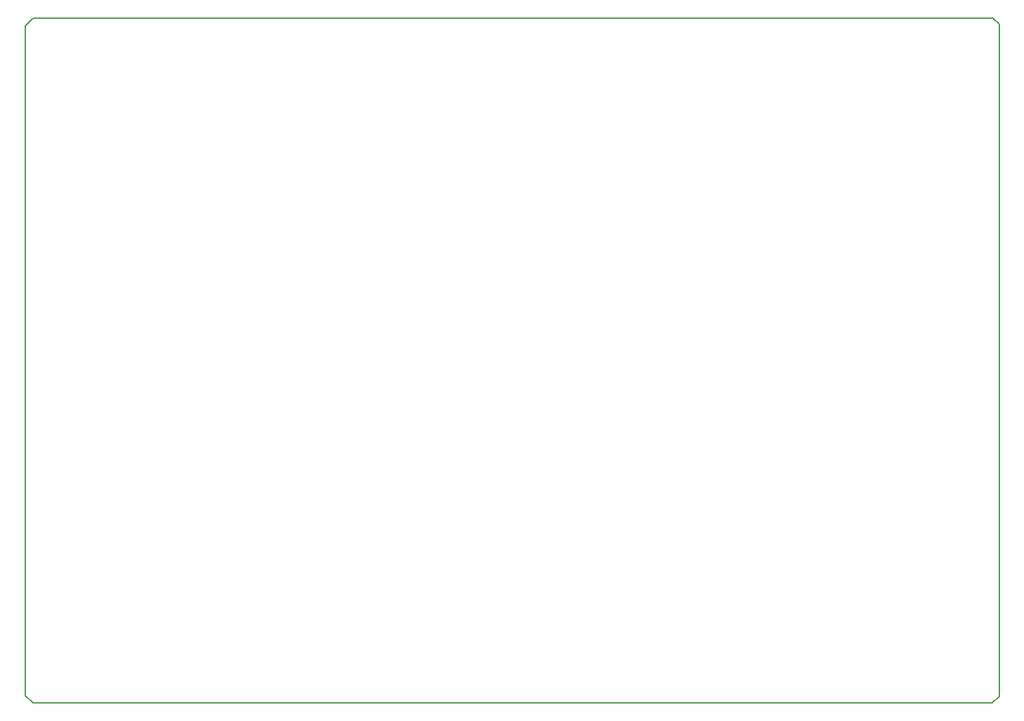
<source format=gbp>
%FSLAX44Y44*%
%MOMM*%
G71*
G01*
G75*
G04 Layer_Color=128*
%ADD10C,0.2000*%
D10*
X1394714Y1159764D02*
X1449578D01*
X1457706Y1151636D01*
Y1133602D02*
Y1151636D01*
Y286766D02*
Y1133602D01*
Y273050D02*
Y286766D01*
X1448816Y264160D02*
X1457706Y273050D01*
X1435100Y264160D02*
X1448816D01*
X1389380D02*
X1435100D01*
X1220978D02*
X1391158D01*
X240792D02*
X265430D01*
X1220978D01*
X196140D02*
X244100D01*
X186149Y274151D02*
X196140Y264160D01*
X186149Y274151D02*
Y308441D01*
Y1149249D01*
X196664Y1159764D01*
X238506D01*
X247650D02*
X1394714D01*
X238506D02*
X247650D01*
M02*

</source>
